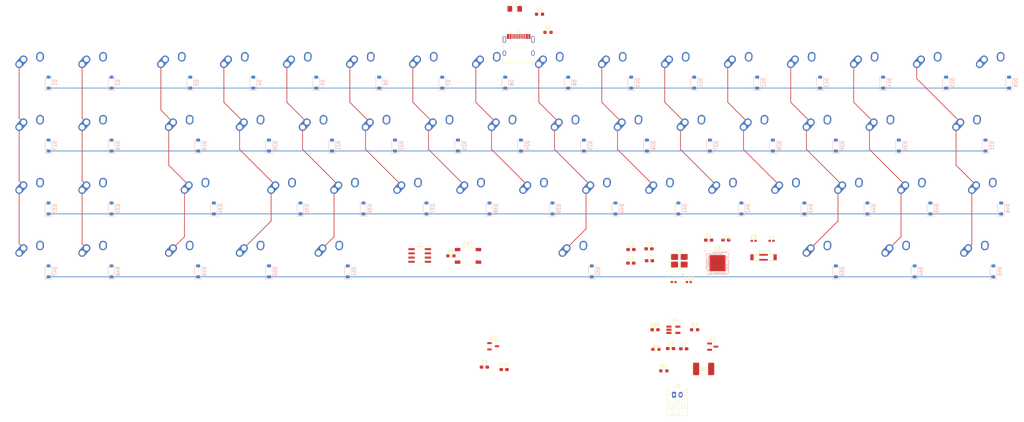
<source format=kicad_pcb>
(kicad_pcb (version 20241229) (generator "pcbnew") (generator_version "9.0")
  (layers (0 "F.Cu" signal) (2 "B.Cu" signal) (13 "F.Paste" user) (15 "B.Paste" user) (5 "F.SilkS" user "F.Silkscreen") (7 "B.SilkS" user "B.Silkscreen") (1 "F.Mask" user) (3 "B.Mask" user) (25 "Edge.Cuts" user))
  (net 0 "")
  (net 3 "Net-(ANT2-FEED1)")
  (net 4 "GND")
  (net 5 "VCC")
  (net 6 "Net-(U3-DEC1)")
  (net 7 "Net-(U3-DEC2)")
  (net 8 "Net-(U3-DEC3)")
  (net 9 "Net-(U3-DECUSB)")
  (net 10 "VBUS_PROT")
  (net 11 "Net-(J2-Pin_1)")
  (net 12 "VBUS")
  (net 13 "Net-(U3-XC1)")
  (net 14 "Net-(U3-XC2)")
  (net 15 "Row 0")
  (net 16 "Net-(D2-A)")
  (net 17 "Net-(D3-A)")
  (net 18 "Net-(D4-A)")
  (net 19 "Net-(D5-A)")
  (net 20 "Net-(D6-A)")
  (net 21 "Net-(D7-A)")
  (net 22 "Net-(D8-A)")
  (net 23 "Net-(D9-A)")
  (net 24 "Net-(D10-A)")
  (net 25 "Net-(D11-A)")
  (net 26 "Net-(D12-A)")
  (net 27 "Net-(D13-A)")
  (net 28 "Net-(D14-A)")
  (net 29 "Net-(D15-A)")
  (net 30 "Net-(D16-A)")
  (net 31 "Net-(D17-A)")
  (net 32 "Row 1")
  (net 33 "Net-(D18-A)")
  (net 34 "Net-(D19-A)")
  (net 35 "Net-(D20-A)")
  (net 36 "Net-(D21-A)")
  (net 37 "Net-(D22-A)")
  (net 38 "Net-(D23-A)")
  (net 39 "Net-(D24-A)")
  (net 40 "Net-(D25-A)")
  (net 41 "Net-(D26-A)")
  (net 42 "Net-(D27-A)")
  (net 43 "Net-(D28-A)")
  (net 44 "Net-(D29-A)")
  (net 45 "Net-(D30-A)")
  (net 46 "Net-(D31-A)")
  (net 47 "Net-(D32-A)")
  (net 48 "Net-(D33-A)")
  (net 49 "Row 2")
  (net 50 "Net-(D34-A)")
  (net 51 "Net-(D35-A)")
  (net 52 "Net-(D36-A)")
  (net 53 "Net-(D37-A)")
  (net 54 "Net-(D38-A)")
  (net 55 "Net-(D39-A)")
  (net 56 "Net-(D40-A)")
  (net 57 "Net-(D41-A)")
  (net 58 "Net-(D42-A)")
  (net 59 "Net-(D43-A)")
  (net 60 "Net-(D44-A)")
  (net 61 "Net-(D45-A)")
  (net 62 "Net-(D46-A)")
  (net 63 "Row 3")
  (net 64 "Net-(D47-A)")
  (net 65 "Net-(D48-A)")
  (net 66 "Net-(D49-A)")
  (net 67 "Net-(D50-A)")
  (net 68 "Net-(D51-A)")
  (net 69 "Net-(D52-A)")
  (net 70 "D+")
  (net 71 "D-")
  (net 74 "Net-(J1-CC1)")
  (net 79 "Net-(J1-CC2)")
  (net 80 "ANT")
  (net 81 "Net-(U4-STAT)")
  (net 82 "Net-(U4-PROG)")
  (net 83 "Net-(U3-P0.18{slash}~{RESET})")
  (net 84 "Col 0")
  (net 85 "Col 1")
  (net 86 "Col 2")
  (net 87 "Col 3")
  (net 88 "Col 4")
  (net 89 "Col 5")
  (net 90 "Col 6")
  (net 91 "Col 7")
  (net 92 "Col 8")
  (net 93 "Col 9")
  (net 94 "Col 10")
  (net 95 "Col 11")
  (net 96 "Col 12")
  (net 97 "Col 13")
  (net 98 "Col 14")
  (net 99 "Col 15")
  (net 131 "Net-(D1-A)")
  (net 132 "Net-(D53-A)")
  (net 133 "Net-(D54-A)")
  (net 134 "Net-(D55-A)")
  (net 135 "Net-(D60-K)")
  (footprint "Capacitor_SMD:C_0603_1608Metric_Pad1.08x0.95mm_HandSolder" (layer "F.Cu") (at 243.8643 143.7132)
    (property "Reference" "C7")
    (property "Value" "4.7 uF")
  )
  (footprint "Capacitor_SMD:C_0402_1005Metric_Pad0.74x0.62mm_HandSolder" (layer "F.Cu") (at 240.83335 123.4932)
    (property "Reference" "C20")
    (property "Value" "12 pF")
  )
  (footprint "MX_Alps_Hybrid:MX-Alps-Hybrid-1U" (layer "F.Cu") (at 284.7975 117.22875)
    (property "Reference" "S53")
    (property "Value" "Keyswitch")
  )
  (footprint "Capacitor_SMD:C_0603_1608Metric_Pad1.08x0.95mm_HandSolder" (layer "F.Cu") (at 227.8623 117.7544)
    (property "Reference" "C5")
    (property "Value" "4.7 µF")
  )
  (footprint "Resistor_SMD:R_0603_1608Metric_Pad0.98x0.95mm_HandSolder" (layer "F.Cu") (at 247.1579 137.94075)
    (property "Reference" "R3")
    (property "Value" "470Ω")
  )
  (footprint "MX_Alps_Hybrid:MX-Alps-Hybrid-1U" (layer "F.Cu") (at 91.91625 117.22875)
    (property "Reference" "S49")
    (property "Value" "Keyswitch")
  )
  (footprint "MX_Alps_Hybrid:MX-Alps-Hybrid-1U" (layer "F.Cu") (at 113.3475 79.12875)
    (property "Reference" "S20")
    (property "Value" "Keyswitch")
  )
  (footprint "Resistor_SMD:R_0603_1608Metric_Pad0.98x0.95mm_HandSolder" (layer "F.Cu") (at 237.8475 150.3934)
    (property "Reference" "R4")
    (property "Value" "2k")
  )
  (footprint "Resistor_SMD:R_0603_1608Metric_Pad0.98x0.95mm_HandSolder" (layer "F.Cu") (at 200.2565 42.3926)
    (property "Reference" "R1")
    (property "Value" "5.1k")
  )
  (footprint "MX_Alps_Hybrid:MX-Alps-Hybrid-1U" (layer "F.Cu") (at 227.6475 79.12875)
    (property "Reference" "S26")
    (property "Value" "Keyswitch")
  )
  (footprint "MX_Alps_Hybrid:MX-Alps-Hybrid-1U" (layer "F.Cu") (at 46.6725 98.17875)
    (property "Reference" "S32")
    (property "Value" "Keyswitch")
  )
  (footprint "MX_Alps_Hybrid:MX-Alps-Hybrid-1U" (layer "F.Cu") (at 334.80375 98.17875)
    (property "Reference" "S46")
    (property "Value" "Keyswitch")
  )
  (footprint "MX_Alps_Hybrid:MX-Alps-Hybrid-1U" (layer "F.Cu") (at 218.1225 98.17875)
    (property "Reference" "S40")
    (property "Value" "Keyswitch")
  )
  (footprint "Fuse:Fuse_1206_3216Metric_Pad1.42x1.75mm_HandSolder" (layer "F.Cu") (at 192.7495 40.767)
    (property "Reference" "F1")
    (property "Value" "500 mA")
  )
  (footprint "MX_Alps_Hybrid:MX-Alps-Hybrid-1U" (layer "F.Cu") (at 180.0225 98.17875)
    (property "Reference" "S38")
    (property "Value" "Keyswitch")
  )
  (footprint "Package_TO_SOT_SMD:SOT-23-3" (layer "F.Cu") (at 186.2527 142.941)
    (property "Reference" "U5")
    (property "Value" "XC6206PxxxMR")
  )
  (footprint "MX_Alps_Hybrid:MX-Alps-Hybrid-1U" (layer "F.Cu") (at 113.3475 117.22875)
    (property "Reference" "S50")
    (property "Value" "Keyswitch")
  )
  (footprint "MX_Alps_Hybrid:MX-Alps-Hybrid-1U" (layer "F.Cu") (at 284.7975 79.12875)
    (property "Reference" "S29")
    (property "Value" "Keyswitch")
  )
  (footprint "easyeda2kicad:ANT-SMD_4P-L7.0-W2.0-R" (layer "F.Cu") (at 268 116)
    (property "Reference" "ANT2")
    (property "Value" "2450AT43B100E")
  )
  (footprint "MX_Alps_Hybrid:MX-Alps-Hybrid-1U" (layer "F.Cu") (at 141.9225 98.17875)
    (property "Reference" "S36")
    (property "Value" "Keyswitch")
  )
  (footprint "MX_Alps_Hybrid:MX-Alps-Hybrid-1U" (layer "F.Cu") (at 91.91625 79.12875)
    (property "Reference" "S19")
    (property "Value" "Keyswitch")
  )
  (footprint "MX_Alps_Hybrid:MX-Alps-Hybrid-1U" (layer "F.Cu") (at 280.035 60.07875)
    (property "Reference" "S13")
    (property "Value" "Keyswitch")
  )
  (footprint "MX_Alps_Hybrid:MX-Alps-Hybrid-1U" (layer "F.Cu") (at 65.7225 98.17875)
    (property "Reference" "S33")
    (property "Value" "Keyswitch")
  )
  (footprint "Resistor_SMD:R_0603_1608Metric_Pad0.98x0.95mm_HandSolder" (layer "F.Cu") (at 235.4561 143.8656)
    (property "Reference" "R8")
    (property "Value" "10k")
  )
  (footprint "MX_Alps_Hybrid:MX-Alps-Hybrid-1U" (layer "F.Cu") (at 170.4975 79.12875)
    (property "Reference" "S23")
    (property "Value" "Keyswitch")
  )
  (footprint "MX_Alps_Hybrid:MX-Alps-Hybrid-1U" (layer "F.Cu") (at 89.535 60.07875)
    (property "Reference" "S3")
    (property "Value" "Keyswitch")
  )
  (footprint "MX_Alps_Hybrid:MX-Alps-Hybrid-1U" (layer "F.Cu") (at 189.5475 79.12875)
    (property "Reference" "S24")
    (property "Value" "Keyswitch")
  )
  (footprint "Capacitor_SMD:C_0603_1608Metric_Pad1.08x0.95mm_HandSolder" (layer "F.Cu") (at 233.3498 113.4364)
    (property "Reference" "C3")
    (property "Value" "100 nF")
  )
  (footprint "MX_Alps_Hybrid:MX-Alps-Hybrid-1U" (layer "F.Cu") (at 275.2725 98.17875)
    (property "Reference" "S43")
    (property "Value" "Keyswitch")
  )
  (footprint "Connector_JST:JST_PH_S2B-PH-K_1x02_P2.00mm_Horizontal" (layer "F.Cu") (at 240.935 157.6208)
    (property "Reference" "J2")
    (property "Value" "Conn_01x02_Socket")
  )
  (footprint "MX_Alps_Hybrid:MX-Alps-Hybrid-1U" (layer "F.Cu") (at 122.8725 98.17875)
    (property "Reference" "S35")
    (property "Value" "Keyswitch")
  )
  (footprint "MX_Alps_Hybrid:MX-Alps-Hybrid-1U" (layer "F.Cu") (at 151.4475 79.12875)
    (property "Reference" "S22")
    (property "Value" "Keyswitch")
  )
  (footprint "Package_DFN_QFN:Nordic_AQFN-73-1EP_7x7mm_P0.5mm" (layer "F.Cu") (at 254.0762 117.7544)
    (property "Reference" "U3")
    (property "Value" "nRF52840")
  )
  (footprint "MX_Alps_Hybrid:MX-Alps-Hybrid-1U" (layer "F.Cu") (at 337.185 60.07875)
    (property "Reference" "S16")
    (property "Value" "Keyswitch")
  )
  (footprint "MX_Alps_Hybrid:MX-Alps-Hybrid-1U" (layer "F.Cu") (at 46.6725 117.22875)
    (property "Reference" "S47")
    (property "Value" "Keyswitch")
  )
  (footprint "MX_Alps_Hybrid:MX-Alps-Hybrid-1U" (layer "F.Cu") (at 265.7475 79.12875)
    (property "Reference" "S28")
    (property "Value" "Keyswitch")
  )
  (footprint "MX_Alps_Hybrid:MX-Alps-Hybrid-1U" (layer "F.Cu") (at 208.5975 79.12875)
    (property "Reference" "S25")
    (property "Value" "Keyswitch")
  )
  (footprint "Capacitor_SMD:C_0603_1608Metric_Pad1.08x0.95mm_HandSolder" (layer "F.Cu") (at 233.5011 117.0432)
    (property "Reference" "C4")
    (property "Value" "100 nF")
  )
  (footprint "MX_Alps_Hybrid:MX-Alps-Hybrid-1U" (layer "F.Cu") (at 330.04125 79.12875)
    (property "Reference" "S31")
    (property "Value" "Keyswitch")
  )
  (footprint "MX_Alps_Hybrid:MX-Alps-Hybrid-1U" (layer "F.Cu") (at 246.6975 79.12875)
    (property "Reference" "S27")
    (property "Value" "Keyswitch")
  )
  (footprint "MX_Alps_Hybrid:MX-Alps-Hybrid-1U" (layer "F.Cu") (at 184.785 60.07875)
    (property "Reference" "S8")
    (property "Value" "Keyswitch")
  )
  (footprint "Button_Switch_SMD:SW_SPST_TL3342" (layer "F.Cu") (at 178.6132 115.565)
    (property "Reference" "SW1")
    (property "Value" "Switch")
  )
  (footprint "Capacitor_SMD:C_0603_1608Metric_Pad1.08x0.95mm_HandSolder" (layer "F.Cu") (at 227.9152 113.6396)
    (property "Reference" "C2")
    (property "Value" "100 nF")
  )
  (footprint "MX_Alps_Hybrid:MX-Alps-Hybrid-1U" (layer "F.Cu") (at 256.2225 98.17875)
    (property "Reference" "S42")
    (property "Value" "Keyswitch")
  )
  (footprint "MX_Alps_Hybrid:MX-Alps-Hybrid-1U" (layer "F.Cu") (at 237.1725 98.17875)
    (property "Reference" "S41")
    (property "Value" "Keyswitch")
  )
  (footprint "Connector_USB:USB_C_Receptacle_HRO_TYPE-C-31-M-12" (layer "F.Cu") (at 193.945 53.15375)
    (property "Reference" "J1")
    (property "Value" "USB_C_Receptacle_USB2.0_16P")
  )
  (footprint "MX_Alps_Hybrid:MX-Alps-Hybrid-1U" (layer "F.Cu") (at 46.6725 79.12875)
    (property "Reference" "S17")
    (property "Value" "Keyswitch")
  )
  (footprint "Package_TO_SOT_SMD:SOT-23-5_HandSoldering" (layer "F.Cu") (at 240.73915 137.94075)
    (property "Reference" "U4")
    (property "Value" "MCP73831-2-OT")
  )
  (footprint "MX_Alps_Hybrid:MX-Alps-Hybrid-1U" (layer "F.Cu") (at 165.735 60.07875)
    (property "Reference" "S7")
    (property "Value" "Keyswitch")
  )
  (footprint "MX_Alps_Hybrid:MX-Alps-Hybrid-1U" (layer "F.Cu") (at 210.97875 117.22875)
    (property "Reference" "S52")
    (property "Value" "Keyswitch")
  )
  (footprint "Diode_SMD:D_2114_3652Metric_Pad1.85x3.75mm_HandSolder" (layer "F.Cu") (at 249.8852 149.8092)
    (property "Reference" "D64")
    (property "Value" "D_Schottky_Generic")
  )
  (footprint "MX_Alps_Hybrid:MX-Alps-Hybrid-1U" (layer "F.Cu") (at 127.635 60.07875)
    (property "Reference" "S5")
    (property "Value" "Keyswitch")
  )
  (footprint "Capacitor_SMD:C_0603_1608Metric_Pad1.08x0.95mm_HandSolder" (layer "F.Cu") (at 189.5359 149.9804)
    (property "Reference" "C10")
    (property "Value" "1 uF")
  )
  (footprint "Resistor_SMD:R_0603_1608Metric_Pad0.98x0.95mm_HandSolder" (layer "F.Cu") (at 202.819 47.88375)
    (property "Reference" "R2")
    (property "Value" "5.1k")
  )
  (footprint "MX_Alps_Hybrid:MX-Alps-Hybrid-1U" (layer "F.Cu") (at 65.7225 79.12875)
    (property "Reference" "S18")
    (property "Value" "Keyswitch")
  )
  (footprint "Capacitor_SMD:C_0603_1608Metric_Pad1.08x0.95mm_HandSolder" (layer "F.Cu") (at 256.5919 110.75)
    (property "Reference" "C11")
    (property "Value" "4.7 µF")
  )
  (footprint "MX_Alps_Hybrid:MX-Alps-Hybrid-1U" (layer "F.Cu") (at 241.935 60.07875)
    (property "Reference" "S11")
    (property "Value" "Keyswitch")
  )
  (footprint "Package_SO:SOIC-8_3.9x4.9mm_P1.27mm" (layer "F.Cu") (at 164.019 115.443)
    (property "Reference" "U1")
    (property "Value" "USB6B1")
  )
  (footprint "Capacitor_SMD:C_0402_1005Metric_Pad0.74x0.62mm_HandSolder" (layer "F.Cu") (at 265 111)
    (property "Reference" "C8")
    (property "Value" "1.2 pF")
  )
  (footprint "MX_Alps_Hybrid:MX-Alps-Hybrid-1U" (layer "F.Cu") (at 132.3975 79.12875)
    (property "Reference" "S21")
    (property "Value" "Keyswitch")
  )
  (footprint "MX_Alps_Hybrid:MX-Alps-Hybrid-1U" (layer "F.Cu") (at 318.135 60.07875)
    (property "Reference" "S15")
    (property "Value" "Keyswitch")
  )
  (footprint "MX_Alps_Hybrid:MX-Alps-Hybrid-1U" (layer "F.Cu") (at 160.9725 98.17875)
    (property "Reference" "S37")
    (property "Value" "Keyswitch")
  )
  (footprint "MX_Alps_Hybrid:MX-Alps-Hybrid-1U" (layer "F.Cu") (at 222.885 60.07875)
    (property "Reference" "S10")
    (property "Value" "Keyswitch")
  )
  (footprint "Resistor_SMD:R_0603_1608Metric_Pad0.98x0.95mm_HandSolder" (layer "F.Cu") (at 173.4507 115.565)
    (property "Reference" "R5")
    (property "Value" "10k")
  )
  (footprint "MX_Alps_Hybrid:MX-Alps-Hybrid-1U" (layer "F.Cu") (at 96.67875 98.17875)
    (property "Reference" "S34")
    (property "Value" "Keyswitch")
  )
  (footprint "Crystal:Crystal_SMD_3225-4Pin_3.2x2.5mm_HandSoldering" (layer "F.Cu") (at 242.5446 117.0432)
    (property "Reference" "Y2")
    (property "Value" "Crystal_GND3")
  )
  (footprint "MX_Alps_Hybrid:MX-Alps-Hybrid-1U" (layer "F.Cu") (at 313.3725 98.17875)
    (property "Reference" "S45")
    (property "Value" "Keyswitch")
  )
  (footprint "LED_SMD:LED_0603_1608Metric_Pad1.05x0.95mm_HandSolder" (layer "F.Cu") (at 235.1954 137.937)
    (property "Reference" "D60")
    (property "Value" "LED")
  )
  (footprint "MX_Alps_Hybrid:MX-Alps-Hybrid-1U" (layer "F.Cu") (at 65.7225 60.07875)
    (property "Reference" "S2")
    (property "Value" "Keyswitch")
  )
  (footprint "Capacitor_SMD:C_0603_1608Metric_Pad1.08x0.95mm_HandSolder" (layer "F.Cu") (at 251.4092 110.7948)
    (property "Reference" "C1")
    (property "Value" "1 µF")
  )
  (footprint "Capacitor_SMD:C_0603_1608Metric_Pad1.08x0.95mm_HandSolder" (layer "F.Cu") (at 239.8921 143.624)
    (property "Reference" "C6")
    (property "Value" "4.7 uF")
  )
  (footprint "Capacitor_SMD:C_0402_1005Metric_Pad0.74x0.62mm_HandSolder" (layer "F.Cu") (at 245.40085 123.4932)
    (property "Reference" "C19")
    (property "Value" "12 pF")
  )
  (footprint "MX_Alps_Hybrid:MX-Alps-Hybrid-1U" (layer "F.Cu") (at 46.6725 60.07875)
    (property "Reference" "S1")
    (property "Value" "Keyswitch")
  )
  (footprint "MX_Alps_Hybrid:MX-Alps-Hybrid-1U" (layer "F.Cu") (at 303.8475 79.12875)
    (property "Reference" "S30")
    (property "Value" "Keyswitch")
  )
  (footprint "MX_Alps_Hybrid:MX-Alps-Hybrid-1U" (layer "F.Cu") (at 332.4225 117.22875)
    (property "Reference" "S55")
    (property "Value" "Keyswitch")
  )
  (footprint "MX_Alps_Hybrid:MX-Alps-Hybrid-1U" (layer "F.Cu") (at 260.985 60.07875)
    (property "Reference" "S12")
    (property "Value" "Keyswitch")
  )
  (footprint "MX_Alps_Hybrid:MX-Alps-Hybrid-1U" (layer "F.Cu") (at 108.585 60.07875)
    (property "Reference" "S4")
    (property "Value" "Keyswitch")
  )
  (footprint "MX_Alps_Hybrid:MX-Alps-Hybrid-1U" (layer "F.Cu") (at 137.16 117.22875)
    (property "Reference" "S51")
    (property "Value" "Keyswitch")
  )
  (footprint "MX_Alps_Hybrid:MX-Alps-Hybrid-1U" (layer "F.Cu") (at 294.3225 98.17875)
    (property "Reference" "S44")
    (property "Value" "Keyswitch")
  )
  (footprint "Package_TO_SOT_SMD:SOT-23" (layer "F.Cu") (at 252.6307 143.0528)
    (property "Reference" "Q1")
    (property "Value" "Q_PMOS_DSG")
  )
  (footprint "MX_Alps_Hybrid:MX-Alps-Hybrid-1U" (layer "F.Cu") (at 203.835 60.07875)
    (property "Reference" "S9")
    (property "Value" "Keyswitch")
  )
  (footprint "MX_Alps_Hybrid:MX-Alps-Hybrid-1U" (layer "F.Cu") (at 146.685 60.07875)
    (property "Reference" "S6")
    (property "Value" "Keyswitch")
  )
  (footprint "Inductor_SMD:L_0402_1005Metric_Pad0.77x0.64mm_HandSolder" (layer "F.Cu") (at 270.4275 111)
    (property "Reference" "L1")
    (property "Value" "1.8 nH")
  )
  (footprint "MX_Alps_Hybrid:MX-Alps-Hybrid-1U" (layer "F.Cu") (at 299.085 60.07875)
    (property "Reference" "S14")
    (property "Value" "Keyswitch")
  )
  (footprint "MX_Alps_Hybrid:MX-Alps-Hybrid-1U" (layer "F.Cu") (at 65.7225 117.22875)
    (property "Reference" "S48")
    (property "Value" "Keyswitch")
  )
  (footprint "Capacitor_SMD:C_0603_1608Metric_Pad1.08x0.95mm_HandSolder" (layer "F.Cu") (at 183.5669 149.2504)
    (property "Reference" "C9")
    (property "Value" "1 uF")
  )
  (footprint "MX_Alps_Hybrid:MX-Alps-Hybrid-1U" (layer "F.Cu") (at 308.61 117.22875)
    (property "Reference" "S54")
    (property "Value" "Keyswitch")
  )
  (footprint "MX_Alps_Hybrid:MX-Alps-Hybrid-1U" (layer "F.Cu") (at 199.0725 98.17875)
    (property "Reference" "S39")
    (property "Value" "Keyswitch")
  )
  (footprint "Diode_SMD:D_SOD-123" (layer "B.Cu") (at 213.6775 82.15875 90)
    (property "Reference" "D25")
    (property "Value" "Diode")
  )
  (footprint "Diode_SMD:D_SOD-123" (layer "B.Cu") (at 318.4525 101.20875 90)
    (property "Reference" "D45")
    (property "Value" "Diode")
  )
  (footprint "Diode_SMD:D_SOD-123" (layer "B.Cu") (at 323.215 63.10875 90)
    (property "Reference" "D15")
    (property "Value" "Diode")
  )
  (footprint "Diode_SMD:D_SOD-123" (layer "B.Cu") (at 96.99625 120.25875 90)
    (property "Reference" "D49")
    (property "Value" "Diode")
  )
  (footprint "Diode_SMD:D_SOD-123" (layer "B.Cu") (at 204.1525 101.20875 90)
    (property "Reference" "D39")
    (property "Value" "Diode")
  )
  (footprint "Diode_SMD:D_SOD-123" (layer "B.Cu") (at 101.75875 101.20875 90)
    (property "Reference" "D34")
    (property "Value" "Diode")
  )
  (footprint "Diode_SMD:D_SOD-123" (layer "B.Cu") (at 70.8025 63.10875 90)
    (property "Reference" "D2")
    (property "Value" "Diode")
  )
  (footprint "Diode_SMD:D_SOD-123" (layer "B.Cu") (at 51.7525 82.15875 90)
    (property "Reference" "D17")
    (property "Value" "Diode")
  )
  (footprint "Diode_SMD:D_SOD-123" (layer "B.Cu") (at 242.2525 101.20875 90)
    (property "Reference" "D41")
    (property "Value" "Diode")
  )
  (footprint "Diode_SMD:D_SOD-123" (layer "B.Cu") (at 51.7525 101.20875 90)
    (property "Reference" "D32")
    (property "Value" "Diode")
  )
  (footprint "Diode_SMD:D_SOD-123" (layer "B.Cu") (at 227.965 63.10875 90)
    (property "Reference" "D10")
    (property "Value" "Diode")
  )
  (footprint "Diode_SMD:D_SOD-123" (layer "B.Cu") (at 51.7525 120.25875 90)
    (property "Reference" "D47")
    (property "Value" "Diode")
  )
  (footprint "Diode_SMD:D_SOD-123" (layer "B.Cu") (at 313.69 120.25875 90)
    (property "Reference" "D54")
    (property "Value" "Diode")
  )
  (footprint "Diode_SMD:D_SOD-123" (layer "B.Cu") (at 223.2025 101.20875 90)
    (property "Reference" "D40")
    (property "Value" "Diode")
  )
  (footprint "Diode_SMD:D_SOD-123" (layer "B.Cu") (at 127.9525 101.20875 90)
    (property "Reference" "D35")
    (property "Value" "Diode")
  )
  (footprint "Diode_SMD:D_SOD-123" (layer "B.Cu") (at 70.8025 82.15875 90)
    (property "Reference" "D18")
    (property "Value" "Diode")
  )
  (footprint "Diode_SMD:D_SOD-123" (layer "B.Cu") (at 113.665 63.10875 90)
    (property "Reference" "D4")
    (property "Value" "Diode")
  )
  (footprint "Diode_SMD:D_SOD-123" (layer "B.Cu") (at 189.865 63.10875 90)
    (property "Reference" "D8")
    (property "Value" "Diode")
  )
  (footprint "Diode_SMD:D_SOD-123" (layer "B.Cu") (at 247.015 63.10875 90)
    (property "Reference" "D11")
    (property "Value" "Diode")
  )
  (footprint "Diode_SMD:D_SOD-123" (layer "B.Cu") (at 51.7525 63.10875 90)
    (property "Reference" "D1")
    (property "Value" "Diode")
  )
  (footprint "Diode_SMD:D_SOD-123" (layer "B.Cu") (at 175.5775 82.15875 90)
    (property "Reference" "D23")
    (property "Value" "Diode")
  )
  (footprint "Diode_SMD:D_SOD-123" (layer "B.Cu") (at 339.88375 101.20875 90)
    (property "Reference" "D46")
    (property "Value" "Diode")
  )
  (footprint "Diode_SMD:D_SOD-123" (layer "B.Cu") (at 147.0025 101.20875 90)
    (property "Reference" "D36")
    (property "Value" "Diode")
  )
  (footprint "Diode_SMD:D_SOD-123" (layer "B.Cu") (at 280.3525 101.20875 90)
    (property "Reference" "D43")
    (property "Value" "Diode")
  )
  (footprint "Diode_SMD:D_SOD-123" (layer "B.Cu") (at 70.8025 120.25875 90)
    (property "Reference" "D48")
    (property "Value" "Diode")
  )
  (footprint "Diode_SMD:D_SOD-123" (layer "B.Cu") (at 261.3025 101.20875 90)
    (property "Reference" "D42")
    (property "Value" "Diode")
  )
  (footprint "Diode_SMD:D_SOD-123" (layer "B.Cu") (at 94.615 63.10875 90)
    (property "Reference" "D3")
    (property "Value" "Diode")
  )
  (footprint "Diode_SMD:D_SOD-123" (layer "B.Cu") (at 337.5025 120.25875 90)
    (property "Reference" "D55")
    (property "Value" "Diode")
  )
  (footprint "Diode_SMD:D_SOD-123" (layer "B.Cu") (at 118.4275 82.15875 90)
    (property "Reference" "D20")
    (property "Value" "Diode")
  )
  (footprint "Diode_SMD:D_SOD-123" (layer "B.Cu") (at 285.115 63.10875 90)
    (property "Reference" "D13")
    (property "Value" "Diode")
  )
  (footprint "Diode_SMD:D_SOD-123" (layer "B.Cu") (at 335.12125 82.15875 90)
    (property "Reference" "D31")
    (property "Value" "Diode")
  )
  (footprint "Diode_SMD:D_SOD-123" (layer "B.Cu") (at 266.065 63.10875 90)
    (property "Reference" "D12")
    (property "Value" "Diode")
  )
  (footprint "Diode_SMD:D_SOD-123" (layer "B.Cu") (at 342.265 63.10875 90)
    (property "Reference" "D16")
    (property "Value" "Diode")
  )
  (footprint "Diode_SMD:D_SOD-123" (layer "B.Cu") (at 299.4025 101.20875 90)
    (property "Reference" "D44")
    (property "Value" "Diode")
  )
  (footprint "Diode_SMD:D_SOD-123" (layer "B.Cu") (at 304.165 63.10875 90)
    (property "Reference" "D14")
    (property "Value" "Diode")
  )
  (footprint "Diode_SMD:D_SOD-123" (layer "B.Cu") (at 96.99625 82.15875 90)
    (property "Reference" "D19")
    (property "Value" "Diode")
  )
  (footprint "Diode_SMD:D_SOD-123" (layer "B.Cu") (at 166.0525 101.20875 90)
    (property "Reference" "D37")
    (property "Value" "Diode")
  )
  (footprint "Diode_SMD:D_SOD-123" (layer "B.Cu") (at 308.9275 82.15875 90)
    (property "Reference" "D30")
    (property "Value" "Diode")
  )
  (footprint "Diode_SMD:D_SOD-123" (layer "B.Cu") (at 270.8275 82.15875 90)
    (property "Reference" "D28")
    (property "Value" "Diode")
  )
  (footprint "Diode_SMD:D_SOD-123" (layer "B.Cu") (at 289.8775 120.25875 90)
    (property "Reference" "D53")
    (property "Value" "Diode")
  )
  (footprint "Diode_SMD:D_SOD-123" (layer "B.Cu") (at 118.4275 120.25875 90)
    (property "Reference" "D50")
    (property "Value" "Diode")
  )
  (footprint "Diode_SMD:D_SOD-123" (layer "B.Cu") (at 194.6275 82.15875 90)
    (property "Reference" "D24")
    (property "Value" "Diode")
  )
  (footprint "Diode_SMD:D_SOD-123" (layer "B.Cu") (at 70.8025 101.20875 90)
    (property "Reference" "D33")
    (property "Value" "Diode")
  )
  (footprint "Diode_SMD:D_SOD-123" (layer "B.Cu") (at 232.7275 82.15875 90)
    (property "Reference" "D26")
    (property "Value" "Diode")
  )
  (footprint "Diode_SMD:D_SOD-123" (layer "B.Cu") (at 137.4775 82.15875 90)
    (property "Reference" "D21")
    (property "Value" "Diode")
  )
  (footprint "Diode_SMD:D_SOD-123" (layer "B.Cu") (at 156.5275 82.15875 90)
    (property "Reference" "D22")
    (property "Value" "Diode")
  )
  (footprint "Diode_SMD:D_SOD-123" (layer "B.Cu") (at 185.1025 101.20875 90)
    (property "Reference" "D38")
    (property "Value" "Diode")
  )
  (footprint "Diode_SMD:D_SOD-123" (layer "B.Cu") (at 132.715 63.10875 90)
    (property "Reference" "D5")
    (property "Value" "Diode")
  )
  (footprint "Diode_SMD:D_SOD-123" (layer "B.Cu") (at 170.815 63.10875 90)
    (property "Reference" "D7")
    (property "Value" "Diode")
  )
  (footprint "Diode_SMD:D_SOD-123" (layer "B.Cu") (at 142.24 120.25875 90)
    (property "Reference" "D51")
    (property "Value" "Diode")
  )
  (footprint "Diode_SMD:D_SOD-123" (layer "B.Cu") (at 251.7775 82.15875 90)
    (property "Reference" "D27")
    (property "Value" "Diode")
  )
  (footprint "Diode_SMD:D_SOD-123" (layer "B.Cu") (at 289.8775 82.15875 90)
    (property "Reference" "D29")
    (property "Value" "Diode")
  )
  (footprint "Diode_SMD:D_SOD-123" (layer "B.Cu") (at 216.05875 120.25875 90)
    (property "Reference" "D52")
    (property "Value" "Diode")
  )
  (footprint "Diode_SMD:D_SOD-123" (layer "B.Cu") (at 151.765 63.10875 90)
    (property "Reference" "D6")
    (property "Value" "Diode")
  )
  (footprint "Diode_SMD:D_SOD-123" (layer "B.Cu") (at 208.915 63.10875 90)
    (property "Reference" "D9")
    (property "Value" "Diode")
  )
  (segment (start 243.6696 121.0957) (end 243.6471 121.1182) (width 0.2) (layer "F.Cu") (net 4))
  (segment (start 304.165 64.75875) (end 323.215 64.75875) (width 0.2) (layer "B.Cu") (net 15))
  (segment (start 94.615 64.75875) (end 113.665 64.75875) (width 0.2) (layer "B.Cu") (net 15))
  (segment (start 70.8025 64.75875) (end 94.615 64.75875) (width 0.2) (layer "B.Cu") (net 15))
  (segment (start 285.115 64.75875) (end 304.165 64.75875) (width 0.2) (layer "B.Cu") (net 15))
  (segment (start 227.965 64.75875) (end 247.015 64.75875) (width 0.2) (layer "B.Cu") (net 15))
  (segment (start 51.7525 64.75875) (end 70.8025 64.75875) (width 0.2) (layer "B.Cu") (net 15))
  (segment (start 170.815 64.75875) (end 189.865 64.75875) (width 0.2) (layer "B.Cu") (net 15))
  (segment (start 208.915 64.75875) (end 227.965 64.75875) (width 0.2) (layer "B.Cu") (net 15))
  (segment (start 247.015 64.75875) (end 266.065 64.75875) (width 0.2) (layer "B.Cu") (net 15))
  (segment (start 151.765 64.75875) (end 170.815 64.75875) (width 0.2) (layer "B.Cu") (net 15))
  (segment (start 323.215 64.75875) (end 342.265 64.75875) (width 0.2) (layer "B.Cu") (net 15))
  (segment (start 189.865 64.75875) (end 208.915 64.75875) (width 0.2) (layer "B.Cu") (net 15))
  (segment (start 266.065 64.75875) (end 285.115 64.75875) (width 0.2) (layer "B.Cu") (net 15))
  (segment (start 132.715 64.75875) (end 151.765 64.75875) (width 0.2) (layer "B.Cu") (net 15))
  (segment (start 113.665 64.75875) (end 132.715 64.75875) (width 0.2) (layer "B.Cu") (net 15))
  (segment (start 175.5775 83.80875) (end 194.6275 83.80875) (width 0.2) (layer "B.Cu") (net 32))
  (segment (start 70.8025 83.80875) (end 96.99625 83.80875) (width 0.2) (layer "B.Cu") (net 32))
  (segment (start 251.7775 83.80875) (end 270.8275 83.80875) (width 0.2) (layer "B.Cu") (net 32))
  (segment (start 51.7525 83.80875) (end 70.8025 83.80875) (width 0.2) (layer "B.Cu") (net 32))
  (segment (start 194.6275 83.80875) (end 213.6775 83.80875) (width 0.2) (layer "B.Cu") (net 32))
  (segment (start 308.9275 83.80875) (end 335.12125 83.80875) (width 0.2) (layer "B.Cu") (net 32))
  (segment (start 156.5275 83.80875) (end 175.5775 83.80875) (width 0.2) (layer "B.Cu") (net 32))
  (segment (start 96.99625 83.80875) (end 118.4275 83.80875) (width 0.2) (layer "B.Cu") (net 32))
  (segment (start 213.6775 83.80875) (end 232.7275 83.80875) (width 0.2) (layer "B.Cu") (net 32))
  (segment (start 118.4275 83.80875) (end 137.4775 83.80875) (width 0.2) (layer "B.Cu") (net 32))
  (segment (start 137.4775 83.80875) (end 156.5275 83.80875) (width 0.2) (layer "B.Cu") (net 32))
  (segment (start 232.7275 83.80875) (end 251.7775 83.80875) (width 0.2) (layer "B.Cu") (net 32))
  (segment (start 289.8775 83.80875) (end 308.9275 83.80875) (width 0.2) (layer "B.Cu") (net 32))
  (segment (start 270.8275 83.80875) (end 289.8775 83.80875) (width 0.2) (layer "B.Cu") (net 32))
  (segment (start 127.9525 102.85875) (end 147.0025 102.85875) (width 0.2) (layer "B.Cu") (net 49))
  (segment (start 242.2525 102.85875) (end 261.3025 102.85875) (width 0.2) (layer "B.Cu") (net 49))
  (segment (start 166.0525 102.85875) (end 185.1025 102.85875) (width 0.2) (layer "B.Cu") (net 49))
  (segment (start 51.7525 102.85875) (end 70.8025 102.85875) (width 0.2) (layer "B.Cu") (net 49))
  (segment (start 204.1525 102.85875) (end 223.2025 102.85875) (width 0.2) (layer "B.Cu") (net 49))
  (segment (start 280.3525 102.85875) (end 299.4025 102.85875) (width 0.2) (layer "B.Cu") (net 49))
  (segment (start 318.4525 102.85875) (end 339.88375 102.85875) (width 0.2) (layer "B.Cu") (net 49))
  (segment (start 299.4025 102.85875) (end 318.4525 102.85875) (width 0.2) (layer "B.Cu") (net 49))
  (segment (start 147.0025 102.85875) (end 166.0525 102.85875) (width 0.2) (layer "B.Cu") (net 49))
  (segment (start 185.1025 102.85875) (end 204.1525 102.85875) (width 0.2) (layer "B.Cu") (net 49))
  (segment (start 101.75875 102.85875) (end 127.9525 102.85875) (width 0.2) (layer "B.Cu") (net 49))
  (segment (start 70.8025 102.85875) (end 101.75875 102.85875) (width 0.2) (layer "B.Cu") (net 49))
  (segment (start 223.2025 102.85875) (end 242.2525 102.85875) (width 0.2) (layer "B.Cu") (net 49))
  (segment (start 261.3025 102.85875) (end 280.3525 102.85875) (width 0.2) (layer "B.Cu") (net 49))
  (segment (start 289.8775 121.90875) (end 313.69 121.90875) (width 0.2) (layer "B.Cu") (net 63))
  (segment (start 96.99625 121.90875) (end 118.4275 121.90875) (width 0.2) (layer "B.Cu") (net 63))
  (segment (start 51.7525 121.90875) (end 70.8025 121.90875) (width 0.2) (layer "B.Cu") (net 63))
  (segment (start 216.05875 121.90875) (end 289.8775 121.90875) (width 0.2) (layer "B.Cu") (net 63))
  (segment (start 313.69 121.90875) (end 337.5025 121.90875) (width 0.2) (layer "B.Cu") (net 63))
  (segment (start 142.24 121.90875) (end 216.05875 121.90875) (width 0.2) (layer "B.Cu") (net 63))
  (segment (start 118.4275 121.90875) (end 142.24 121.90875) (width 0.2) (layer "B.Cu") (net 63))
  (segment (start 70.8025 121.90875) (end 96.99625 121.90875) (width 0.2) (layer "B.Cu") (net 63))
  (segment (start 42.8625 57.53875) (end 42.8625 73.81875) (width 0.2) (layer "F.Cu") (net 84))
  (segment (start 42.8625 92.86875) (end 44.1725 94.17875) (width 0.2) (layer "F.Cu") (net 84))
  (segment (start 42.8625 76.58875) (end 42.8625 92.86875) (width 0.2) (layer "F.Cu") (net 84))
  (segment (start 42.8625 95.63875) (end 42.8625 111.91875) (width 0.2) (layer "F.Cu") (net 84))
  (segment (start 42.8625 73.81875) (end 44.1725 75.12875) (width 0.2) (layer "F.Cu") (net 84))
  (segment (start 42.8625 111.91875) (end 44.1725 113.22875) (width 0.2) (layer "F.Cu") (net 84))
  (segment (start 61.9125 92.86875) (end 63.2225 94.17875) (width 0.2) (layer "F.Cu") (net 85))
  (segment (start 61.9125 57.53875) (end 61.9125 73.81875) (width 0.2) (layer "F.Cu") (net 85))
  (segment (start 61.9125 111.91875) (end 63.2225 113.22875) (width 0.2) (layer "F.Cu") (net 85))
  (segment (start 61.9125 76.58875) (end 61.9125 92.86875) (width 0.2) (layer "F.Cu") (net 85))
  (segment (start 61.9125 73.81875) (end 63.2225 75.12875) (width 0.2) (layer "F.Cu") (net 85))
  (segment (start 61.9125 95.63875) (end 61.9125 111.91875) (width 0.2) (layer "F.Cu") (net 85))
  (segment (start 88.10625 88.10625) (end 94.17875 94.17875) (width 0.2) (layer "F.Cu") (net 86))
  (segment (start 85.725 57.53875) (end 85.725 71.4375) (width 0.2) (layer "F.Cu") (net 86))
  (segment (start 92.86875 95.63875) (end 92.86875 109.77625) (width 0.2) (layer "F.Cu") (net 86))
  (segment (start 92.86875 109.77625) (end 89.41625 113.22875) (width 0.2) (layer "F.Cu") (net 86))
  (segment (start 85.725 71.4375) (end 89.41625 75.12875) (width 0.2) (layer "F.Cu") (net 86))
  (segment (start 88.10625 76.58875) (end 88.10625 88.10625) (width 0.2) (layer "F.Cu") (net 86))
  (segment (start 104.775 69.05625) (end 110.8475 75.12875) (width 0.2) (layer "F.Cu") (net 87))
  (segment (start 109.5375 76.58875) (end 109.5375 83.34375) (width 0.2) (layer "F.Cu") (net 87))
  (segment (start 119.0625 105.01375) (end 110.8475 113.22875) (width 0.2) (layer "F.Cu") (net 87))
  (segment (start 104.775 57.53875) (end 104.775 69.05625) (width 0.2) (layer "F.Cu") (net 87))
  (segment (start 119.0625 95.63875) (end 119.0625 105.01375) (width 0.2) (layer "F.Cu") (net 87))
  (segment (start 109.5375 83.34375) (end 120.3725 94.17875) (width 0.2) (layer "F.Cu") (net 87))
  (segment (start 138.1125 109.77625) (end 134.66 113.22875) (width 0.2) (layer "F.Cu") (net 88))
  (segment (start 128.5875 76.58875) (end 128.5875 83.34375) (width 0.2) (layer "F.Cu") (net 88))
  (segment (start 123.825 57.53875) (end 123.825 69.05625) (width 0.2) (layer "F.Cu") (net 88))
  (segment (start 138.1125 95.63875) (end 138.1125 109.77625) (width 0.2) (layer "F.Cu") (net 88))
  (segment (start 128.5875 83.34375) (end 139.4225 94.17875) (width 0.2) (layer "F.Cu") (net 88))
  (segment (start 123.825 69.05625) (end 129.8975 75.12875) (width 0.2) (layer "F.Cu") (net 88))
  (segment (start 147.6375 76.58875) (end 147.6375 83.34375) (width 0.2) (layer "F.Cu") (net 89))
  (segment (start 142.875 69.05625) (end 148.9475 75.12875) (width 0.2) (layer "F.Cu") (net 89))
  (segment (start 142.875 57.53875) (end 142.875 69.05625) (width 0.2) (layer "F.Cu") (net 89))
  (segment (start 147.6375 83.34375) (end 158.4725 94.17875) (width 0.2) (layer "F.Cu") (net 89))
  (segment (start 161.925 69.05625) (end 167.9975 75.12875) (width 0.2) (layer "F.Cu") (net 90))
  (segment (start 166.6875 76.58875) (end 166.6875 83.34375) (width 0.2) (layer "F.Cu") (net 90))
  (segment (start 166.6875 83.34375) (end 177.5225 94.17875) (width 0.2) (layer "F.Cu") (net 90))
  (segment (start 161.925 57.53875) (end 161.925 69.05625) (width 0.2) (layer "F.Cu") (net 90))
  (segment (start 180.975 57.53875) (end 180.975 69.05625) (width 0.2) (layer "F.Cu") (net 91))
  (segment (start 185.7375 83.34375) (end 196.5725 94.17875) (width 0.2) (layer "F.Cu") (net 91))
  (segment (start 185.7375 76.58875) (end 185.7375 83.34375) (width 0.2) (layer "F.Cu") (net 91))
  (segment (start 180.975 69.05625) (end 187.0475 75.12875) (width 0.2) (layer "F.Cu") (net 91))
  (segment (start 214.3125 107.395) (end 208.47875 113.22875) (width 0.2) (layer "F.Cu") (net 92))
  (segment (start 200.025 57.53875) (end 200.025 69.05625) (width 0.2) (layer "F.Cu") (net 92))
  (segment (start 200.025 69.05625) (end 206.0975 75.12875) (width 0.2) (layer "F.Cu") (net 92))
  (segment (start 214.3125 95.63875) (end 214.3125 107.395) (width 0.2) (layer "F.Cu") (net 92))
  (segment (start 204.7875 76.58875) (end 204.7875 83.34375) (width 0.2) (layer "F.Cu") (net 92))
  (segment (start 204.7875 83.34375) (end 215.6225 94.17875) (width 0.2) (layer "F.Cu") (net 92))
  (segment (start 223.8375 83.34375) (end 234.6725 94.17875) (width 0.2) (layer "F.Cu") (net 93))
  (segment (start 219.075 69.05625) (end 225.1475 75.12875) (width 0.2) (layer "F.Cu") (net 93))
  (segment (start 223.8375 76.58875) (end 223.8375 83.34375) (width 0.2) (layer "F.Cu") (net 93))
  (segment (start 219.075 57.53875) (end 219.075 69.05625) (width 0.2) (layer "F.Cu") (net 93))
  (segment (start 242.8875 76.58875) (end 242.8875 83.34375) (width 0.2) (layer "F.Cu") (net 94))
  (segment (start 242.8875 83.34375) (end 253.7225 94.17875) (width 0.2) (layer "F.Cu") (net 94))
  (segment (start 238.125 69.05625) (end 244.1975 75.12875) (width 0.2) (layer "F.Cu") (net 94))
  (segment (start 238.125 57.53875) (end 238.125 69.05625) (width 0.2) (layer "F.Cu") (net 94))
  (segment (start 261.9375 83.34375) (end 272.7725 94.17875) (width 0.2) (layer "F.Cu") (net 95))
  (segment (start 257.175 57.53875) (end 257.175 69.05625) (width 0.2) (layer "F.Cu") (net 95))
  (segment (start 257.175 69.05625) (end 263.2475 75.12875) (width 0.2) (layer "F.Cu") (net 95))
  (segment (start 261.9375 76.58875) (end 261.9375 83.34375) (width 0.2) (layer "F.Cu") (net 95))
  (segment (start 276.225 57.53875) (end 276.225 69.05625) (width 0.2) (layer "F.Cu") (net 96))
  (segment (start 280.9875 83.34375) (end 291.8225 94.17875) (width 0.2) (layer "F.Cu") (net 96))
  (segment (start 290.5125 95.63875) (end 290.5125 105.01375) (width 0.2) (layer "F.Cu") (net 96))
  (segment (start 276.225 69.05625) (end 282.2975 75.12875) (width 0.2) (layer "F.Cu") (net 96))
  (segment (start 290.5125 105.01375) (end 282.2975 113.22875) (width 0.2) (layer "F.Cu") (net 96))
  (segment (start 280.9875 76.58875) (end 280.9875 83.34375) (width 0.2) (layer "F.Cu") (net 96))
  (segment (start 295.275 69.05625) (end 301.3475 75.12875) (width 0.2) (layer "F.Cu") (net 97))
  (segment (start 300.0375 76.58875) (end 300.0375 83.34375) (width 0.2) (layer "F.Cu") (net 97))
  (segment (start 295.275 57.53875) (end 295.275 69.05625) (width 0.2) (layer "F.Cu") (net 97))
  (segment (start 300.0375 83.34375) (end 310.8725 94.17875) (width 0.2) (layer "F.Cu") (net 97))
  (segment (start 309.5625 109.77625) (end 306.11 113.22875) (width 0.2) (layer "F.Cu") (net 97))
  (segment (start 309.5625 95.63875) (end 309.5625 109.77625) (width 0.2) (layer "F.Cu") (net 97))
  (segment (start 326.23125 76.58875) (end 326.23125 88.10625) (width 0.2) (layer "F.Cu") (net 98))
  (segment (start 314.325 57.53875) (end 314.325 61.9125) (width 0.2) (layer "F.Cu") (net 98))
  (segment (start 326.23125 88.10625) (end 332.30375 94.17875) (width 0.2) (layer "F.Cu") (net 98))
  (segment (start 330.99375 95.63875) (end 330.99375 112.1575) (width 0.2) (layer "F.Cu") (net 98))
  (segment (start 330.99375 112.1575) (end 329.9225 113.22875) (width 0.2) (layer "F.Cu") (net 98))
  (segment (start 314.325 61.9125) (end 327.54125 75.12875) (width 0.2) (layer "F.Cu") (net 98))
)
</source>
